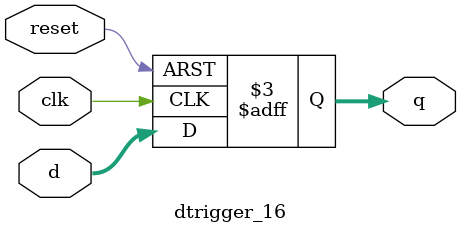
<source format=v>
module dtrigger_1(d,q,clk,reset);
input d,reset,clk;
output reg q;

always @(posedge clk or negedge reset)
begin
  if(~reset)
    q<=0;
  else
    q<=d;
end
endmodule

module dtrigger_2(d,q,clk,reset);
input d,reset,clk;
output reg q;

always @(posedge clk or negedge reset)
begin
  if(~reset)
    q<=0;
  else
    q<=d;
end
endmodule

module dtrigger_16(d,q,clk,reset);
  input clk,reset;
  input [15:0]d;
  output reg [15:0]q;
  
always @(posedge clk or negedge reset)
begin
  if(~reset)
    q<=16'h0000;
  else
    q<=d;
end
endmodule
</source>
